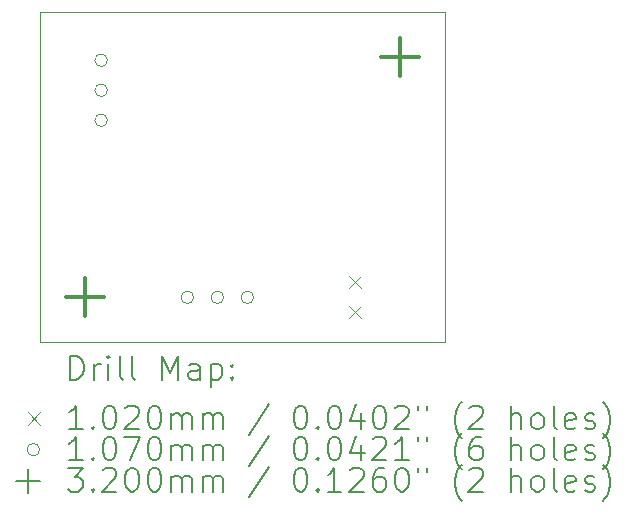
<source format=gbr>
%TF.GenerationSoftware,KiCad,Pcbnew,(6.0.8)*%
%TF.CreationDate,2023-06-05T07:52:35+02:00*%
%TF.ProjectId,SCS_dongle,5343535f-646f-46e6-976c-652e6b696361,rev?*%
%TF.SameCoordinates,Original*%
%TF.FileFunction,Drillmap*%
%TF.FilePolarity,Positive*%
%FSLAX45Y45*%
G04 Gerber Fmt 4.5, Leading zero omitted, Abs format (unit mm)*
G04 Created by KiCad (PCBNEW (6.0.8)) date 2023-06-05 07:52:35*
%MOMM*%
%LPD*%
G01*
G04 APERTURE LIST*
%ADD10C,0.100000*%
%ADD11C,0.200000*%
%ADD12C,0.102000*%
%ADD13C,0.107000*%
%ADD14C,0.320000*%
G04 APERTURE END LIST*
D10*
X14224000Y-7112000D02*
X17653000Y-7112000D01*
X17653000Y-7112000D02*
X17653000Y-9906000D01*
X17653000Y-9906000D02*
X14224000Y-9906000D01*
X14224000Y-9906000D02*
X14224000Y-7112000D01*
D11*
D12*
X16840000Y-9347000D02*
X16942000Y-9449000D01*
X16942000Y-9347000D02*
X16840000Y-9449000D01*
X16840000Y-9601000D02*
X16942000Y-9703000D01*
X16942000Y-9601000D02*
X16840000Y-9703000D01*
D13*
X14793000Y-7517500D02*
G75*
G03*
X14793000Y-7517500I-53500J0D01*
G01*
X14793000Y-7771500D02*
G75*
G03*
X14793000Y-7771500I-53500J0D01*
G01*
X14793000Y-8025500D02*
G75*
G03*
X14793000Y-8025500I-53500J0D01*
G01*
X15523000Y-9525000D02*
G75*
G03*
X15523000Y-9525000I-53500J0D01*
G01*
X15777000Y-9525000D02*
G75*
G03*
X15777000Y-9525000I-53500J0D01*
G01*
X16031000Y-9525000D02*
G75*
G03*
X16031000Y-9525000I-53500J0D01*
G01*
D14*
X14605000Y-9365000D02*
X14605000Y-9685000D01*
X14445000Y-9525000D02*
X14765000Y-9525000D01*
X17272000Y-7333000D02*
X17272000Y-7653000D01*
X17112000Y-7493000D02*
X17432000Y-7493000D01*
D11*
X14476619Y-10221476D02*
X14476619Y-10021476D01*
X14524238Y-10021476D01*
X14552809Y-10031000D01*
X14571857Y-10050048D01*
X14581381Y-10069095D01*
X14590905Y-10107190D01*
X14590905Y-10135762D01*
X14581381Y-10173857D01*
X14571857Y-10192905D01*
X14552809Y-10211952D01*
X14524238Y-10221476D01*
X14476619Y-10221476D01*
X14676619Y-10221476D02*
X14676619Y-10088143D01*
X14676619Y-10126238D02*
X14686143Y-10107190D01*
X14695667Y-10097667D01*
X14714714Y-10088143D01*
X14733762Y-10088143D01*
X14800428Y-10221476D02*
X14800428Y-10088143D01*
X14800428Y-10021476D02*
X14790905Y-10031000D01*
X14800428Y-10040524D01*
X14809952Y-10031000D01*
X14800428Y-10021476D01*
X14800428Y-10040524D01*
X14924238Y-10221476D02*
X14905190Y-10211952D01*
X14895667Y-10192905D01*
X14895667Y-10021476D01*
X15029000Y-10221476D02*
X15009952Y-10211952D01*
X15000428Y-10192905D01*
X15000428Y-10021476D01*
X15257571Y-10221476D02*
X15257571Y-10021476D01*
X15324238Y-10164333D01*
X15390905Y-10021476D01*
X15390905Y-10221476D01*
X15571857Y-10221476D02*
X15571857Y-10116714D01*
X15562333Y-10097667D01*
X15543286Y-10088143D01*
X15505190Y-10088143D01*
X15486143Y-10097667D01*
X15571857Y-10211952D02*
X15552809Y-10221476D01*
X15505190Y-10221476D01*
X15486143Y-10211952D01*
X15476619Y-10192905D01*
X15476619Y-10173857D01*
X15486143Y-10154810D01*
X15505190Y-10145286D01*
X15552809Y-10145286D01*
X15571857Y-10135762D01*
X15667095Y-10088143D02*
X15667095Y-10288143D01*
X15667095Y-10097667D02*
X15686143Y-10088143D01*
X15724238Y-10088143D01*
X15743286Y-10097667D01*
X15752809Y-10107190D01*
X15762333Y-10126238D01*
X15762333Y-10183381D01*
X15752809Y-10202429D01*
X15743286Y-10211952D01*
X15724238Y-10221476D01*
X15686143Y-10221476D01*
X15667095Y-10211952D01*
X15848048Y-10202429D02*
X15857571Y-10211952D01*
X15848048Y-10221476D01*
X15838524Y-10211952D01*
X15848048Y-10202429D01*
X15848048Y-10221476D01*
X15848048Y-10097667D02*
X15857571Y-10107190D01*
X15848048Y-10116714D01*
X15838524Y-10107190D01*
X15848048Y-10097667D01*
X15848048Y-10116714D01*
D12*
X14117000Y-10500000D02*
X14219000Y-10602000D01*
X14219000Y-10500000D02*
X14117000Y-10602000D01*
D11*
X14581381Y-10641476D02*
X14467095Y-10641476D01*
X14524238Y-10641476D02*
X14524238Y-10441476D01*
X14505190Y-10470048D01*
X14486143Y-10489095D01*
X14467095Y-10498619D01*
X14667095Y-10622429D02*
X14676619Y-10631952D01*
X14667095Y-10641476D01*
X14657571Y-10631952D01*
X14667095Y-10622429D01*
X14667095Y-10641476D01*
X14800428Y-10441476D02*
X14819476Y-10441476D01*
X14838524Y-10451000D01*
X14848048Y-10460524D01*
X14857571Y-10479571D01*
X14867095Y-10517667D01*
X14867095Y-10565286D01*
X14857571Y-10603381D01*
X14848048Y-10622429D01*
X14838524Y-10631952D01*
X14819476Y-10641476D01*
X14800428Y-10641476D01*
X14781381Y-10631952D01*
X14771857Y-10622429D01*
X14762333Y-10603381D01*
X14752809Y-10565286D01*
X14752809Y-10517667D01*
X14762333Y-10479571D01*
X14771857Y-10460524D01*
X14781381Y-10451000D01*
X14800428Y-10441476D01*
X14943286Y-10460524D02*
X14952809Y-10451000D01*
X14971857Y-10441476D01*
X15019476Y-10441476D01*
X15038524Y-10451000D01*
X15048048Y-10460524D01*
X15057571Y-10479571D01*
X15057571Y-10498619D01*
X15048048Y-10527190D01*
X14933762Y-10641476D01*
X15057571Y-10641476D01*
X15181381Y-10441476D02*
X15200428Y-10441476D01*
X15219476Y-10451000D01*
X15229000Y-10460524D01*
X15238524Y-10479571D01*
X15248048Y-10517667D01*
X15248048Y-10565286D01*
X15238524Y-10603381D01*
X15229000Y-10622429D01*
X15219476Y-10631952D01*
X15200428Y-10641476D01*
X15181381Y-10641476D01*
X15162333Y-10631952D01*
X15152809Y-10622429D01*
X15143286Y-10603381D01*
X15133762Y-10565286D01*
X15133762Y-10517667D01*
X15143286Y-10479571D01*
X15152809Y-10460524D01*
X15162333Y-10451000D01*
X15181381Y-10441476D01*
X15333762Y-10641476D02*
X15333762Y-10508143D01*
X15333762Y-10527190D02*
X15343286Y-10517667D01*
X15362333Y-10508143D01*
X15390905Y-10508143D01*
X15409952Y-10517667D01*
X15419476Y-10536714D01*
X15419476Y-10641476D01*
X15419476Y-10536714D02*
X15429000Y-10517667D01*
X15448048Y-10508143D01*
X15476619Y-10508143D01*
X15495667Y-10517667D01*
X15505190Y-10536714D01*
X15505190Y-10641476D01*
X15600428Y-10641476D02*
X15600428Y-10508143D01*
X15600428Y-10527190D02*
X15609952Y-10517667D01*
X15629000Y-10508143D01*
X15657571Y-10508143D01*
X15676619Y-10517667D01*
X15686143Y-10536714D01*
X15686143Y-10641476D01*
X15686143Y-10536714D02*
X15695667Y-10517667D01*
X15714714Y-10508143D01*
X15743286Y-10508143D01*
X15762333Y-10517667D01*
X15771857Y-10536714D01*
X15771857Y-10641476D01*
X16162333Y-10431952D02*
X15990905Y-10689095D01*
X16419476Y-10441476D02*
X16438524Y-10441476D01*
X16457571Y-10451000D01*
X16467095Y-10460524D01*
X16476619Y-10479571D01*
X16486143Y-10517667D01*
X16486143Y-10565286D01*
X16476619Y-10603381D01*
X16467095Y-10622429D01*
X16457571Y-10631952D01*
X16438524Y-10641476D01*
X16419476Y-10641476D01*
X16400428Y-10631952D01*
X16390905Y-10622429D01*
X16381381Y-10603381D01*
X16371857Y-10565286D01*
X16371857Y-10517667D01*
X16381381Y-10479571D01*
X16390905Y-10460524D01*
X16400428Y-10451000D01*
X16419476Y-10441476D01*
X16571857Y-10622429D02*
X16581381Y-10631952D01*
X16571857Y-10641476D01*
X16562333Y-10631952D01*
X16571857Y-10622429D01*
X16571857Y-10641476D01*
X16705190Y-10441476D02*
X16724238Y-10441476D01*
X16743286Y-10451000D01*
X16752809Y-10460524D01*
X16762333Y-10479571D01*
X16771857Y-10517667D01*
X16771857Y-10565286D01*
X16762333Y-10603381D01*
X16752809Y-10622429D01*
X16743286Y-10631952D01*
X16724238Y-10641476D01*
X16705190Y-10641476D01*
X16686143Y-10631952D01*
X16676619Y-10622429D01*
X16667095Y-10603381D01*
X16657571Y-10565286D01*
X16657571Y-10517667D01*
X16667095Y-10479571D01*
X16676619Y-10460524D01*
X16686143Y-10451000D01*
X16705190Y-10441476D01*
X16943286Y-10508143D02*
X16943286Y-10641476D01*
X16895667Y-10431952D02*
X16848048Y-10574810D01*
X16971857Y-10574810D01*
X17086143Y-10441476D02*
X17105190Y-10441476D01*
X17124238Y-10451000D01*
X17133762Y-10460524D01*
X17143286Y-10479571D01*
X17152810Y-10517667D01*
X17152810Y-10565286D01*
X17143286Y-10603381D01*
X17133762Y-10622429D01*
X17124238Y-10631952D01*
X17105190Y-10641476D01*
X17086143Y-10641476D01*
X17067095Y-10631952D01*
X17057571Y-10622429D01*
X17048048Y-10603381D01*
X17038524Y-10565286D01*
X17038524Y-10517667D01*
X17048048Y-10479571D01*
X17057571Y-10460524D01*
X17067095Y-10451000D01*
X17086143Y-10441476D01*
X17229000Y-10460524D02*
X17238524Y-10451000D01*
X17257571Y-10441476D01*
X17305190Y-10441476D01*
X17324238Y-10451000D01*
X17333762Y-10460524D01*
X17343286Y-10479571D01*
X17343286Y-10498619D01*
X17333762Y-10527190D01*
X17219476Y-10641476D01*
X17343286Y-10641476D01*
X17419476Y-10441476D02*
X17419476Y-10479571D01*
X17495667Y-10441476D02*
X17495667Y-10479571D01*
X17790905Y-10717667D02*
X17781381Y-10708143D01*
X17762333Y-10679571D01*
X17752810Y-10660524D01*
X17743286Y-10631952D01*
X17733762Y-10584333D01*
X17733762Y-10546238D01*
X17743286Y-10498619D01*
X17752810Y-10470048D01*
X17762333Y-10451000D01*
X17781381Y-10422429D01*
X17790905Y-10412905D01*
X17857571Y-10460524D02*
X17867095Y-10451000D01*
X17886143Y-10441476D01*
X17933762Y-10441476D01*
X17952810Y-10451000D01*
X17962333Y-10460524D01*
X17971857Y-10479571D01*
X17971857Y-10498619D01*
X17962333Y-10527190D01*
X17848048Y-10641476D01*
X17971857Y-10641476D01*
X18209952Y-10641476D02*
X18209952Y-10441476D01*
X18295667Y-10641476D02*
X18295667Y-10536714D01*
X18286143Y-10517667D01*
X18267095Y-10508143D01*
X18238524Y-10508143D01*
X18219476Y-10517667D01*
X18209952Y-10527190D01*
X18419476Y-10641476D02*
X18400429Y-10631952D01*
X18390905Y-10622429D01*
X18381381Y-10603381D01*
X18381381Y-10546238D01*
X18390905Y-10527190D01*
X18400429Y-10517667D01*
X18419476Y-10508143D01*
X18448048Y-10508143D01*
X18467095Y-10517667D01*
X18476619Y-10527190D01*
X18486143Y-10546238D01*
X18486143Y-10603381D01*
X18476619Y-10622429D01*
X18467095Y-10631952D01*
X18448048Y-10641476D01*
X18419476Y-10641476D01*
X18600429Y-10641476D02*
X18581381Y-10631952D01*
X18571857Y-10612905D01*
X18571857Y-10441476D01*
X18752810Y-10631952D02*
X18733762Y-10641476D01*
X18695667Y-10641476D01*
X18676619Y-10631952D01*
X18667095Y-10612905D01*
X18667095Y-10536714D01*
X18676619Y-10517667D01*
X18695667Y-10508143D01*
X18733762Y-10508143D01*
X18752810Y-10517667D01*
X18762333Y-10536714D01*
X18762333Y-10555762D01*
X18667095Y-10574810D01*
X18838524Y-10631952D02*
X18857571Y-10641476D01*
X18895667Y-10641476D01*
X18914714Y-10631952D01*
X18924238Y-10612905D01*
X18924238Y-10603381D01*
X18914714Y-10584333D01*
X18895667Y-10574810D01*
X18867095Y-10574810D01*
X18848048Y-10565286D01*
X18838524Y-10546238D01*
X18838524Y-10536714D01*
X18848048Y-10517667D01*
X18867095Y-10508143D01*
X18895667Y-10508143D01*
X18914714Y-10517667D01*
X18990905Y-10717667D02*
X19000429Y-10708143D01*
X19019476Y-10679571D01*
X19029000Y-10660524D01*
X19038524Y-10631952D01*
X19048048Y-10584333D01*
X19048048Y-10546238D01*
X19038524Y-10498619D01*
X19029000Y-10470048D01*
X19019476Y-10451000D01*
X19000429Y-10422429D01*
X18990905Y-10412905D01*
D13*
X14219000Y-10815000D02*
G75*
G03*
X14219000Y-10815000I-53500J0D01*
G01*
D11*
X14581381Y-10905476D02*
X14467095Y-10905476D01*
X14524238Y-10905476D02*
X14524238Y-10705476D01*
X14505190Y-10734048D01*
X14486143Y-10753095D01*
X14467095Y-10762619D01*
X14667095Y-10886429D02*
X14676619Y-10895952D01*
X14667095Y-10905476D01*
X14657571Y-10895952D01*
X14667095Y-10886429D01*
X14667095Y-10905476D01*
X14800428Y-10705476D02*
X14819476Y-10705476D01*
X14838524Y-10715000D01*
X14848048Y-10724524D01*
X14857571Y-10743571D01*
X14867095Y-10781667D01*
X14867095Y-10829286D01*
X14857571Y-10867381D01*
X14848048Y-10886429D01*
X14838524Y-10895952D01*
X14819476Y-10905476D01*
X14800428Y-10905476D01*
X14781381Y-10895952D01*
X14771857Y-10886429D01*
X14762333Y-10867381D01*
X14752809Y-10829286D01*
X14752809Y-10781667D01*
X14762333Y-10743571D01*
X14771857Y-10724524D01*
X14781381Y-10715000D01*
X14800428Y-10705476D01*
X14933762Y-10705476D02*
X15067095Y-10705476D01*
X14981381Y-10905476D01*
X15181381Y-10705476D02*
X15200428Y-10705476D01*
X15219476Y-10715000D01*
X15229000Y-10724524D01*
X15238524Y-10743571D01*
X15248048Y-10781667D01*
X15248048Y-10829286D01*
X15238524Y-10867381D01*
X15229000Y-10886429D01*
X15219476Y-10895952D01*
X15200428Y-10905476D01*
X15181381Y-10905476D01*
X15162333Y-10895952D01*
X15152809Y-10886429D01*
X15143286Y-10867381D01*
X15133762Y-10829286D01*
X15133762Y-10781667D01*
X15143286Y-10743571D01*
X15152809Y-10724524D01*
X15162333Y-10715000D01*
X15181381Y-10705476D01*
X15333762Y-10905476D02*
X15333762Y-10772143D01*
X15333762Y-10791190D02*
X15343286Y-10781667D01*
X15362333Y-10772143D01*
X15390905Y-10772143D01*
X15409952Y-10781667D01*
X15419476Y-10800714D01*
X15419476Y-10905476D01*
X15419476Y-10800714D02*
X15429000Y-10781667D01*
X15448048Y-10772143D01*
X15476619Y-10772143D01*
X15495667Y-10781667D01*
X15505190Y-10800714D01*
X15505190Y-10905476D01*
X15600428Y-10905476D02*
X15600428Y-10772143D01*
X15600428Y-10791190D02*
X15609952Y-10781667D01*
X15629000Y-10772143D01*
X15657571Y-10772143D01*
X15676619Y-10781667D01*
X15686143Y-10800714D01*
X15686143Y-10905476D01*
X15686143Y-10800714D02*
X15695667Y-10781667D01*
X15714714Y-10772143D01*
X15743286Y-10772143D01*
X15762333Y-10781667D01*
X15771857Y-10800714D01*
X15771857Y-10905476D01*
X16162333Y-10695952D02*
X15990905Y-10953095D01*
X16419476Y-10705476D02*
X16438524Y-10705476D01*
X16457571Y-10715000D01*
X16467095Y-10724524D01*
X16476619Y-10743571D01*
X16486143Y-10781667D01*
X16486143Y-10829286D01*
X16476619Y-10867381D01*
X16467095Y-10886429D01*
X16457571Y-10895952D01*
X16438524Y-10905476D01*
X16419476Y-10905476D01*
X16400428Y-10895952D01*
X16390905Y-10886429D01*
X16381381Y-10867381D01*
X16371857Y-10829286D01*
X16371857Y-10781667D01*
X16381381Y-10743571D01*
X16390905Y-10724524D01*
X16400428Y-10715000D01*
X16419476Y-10705476D01*
X16571857Y-10886429D02*
X16581381Y-10895952D01*
X16571857Y-10905476D01*
X16562333Y-10895952D01*
X16571857Y-10886429D01*
X16571857Y-10905476D01*
X16705190Y-10705476D02*
X16724238Y-10705476D01*
X16743286Y-10715000D01*
X16752809Y-10724524D01*
X16762333Y-10743571D01*
X16771857Y-10781667D01*
X16771857Y-10829286D01*
X16762333Y-10867381D01*
X16752809Y-10886429D01*
X16743286Y-10895952D01*
X16724238Y-10905476D01*
X16705190Y-10905476D01*
X16686143Y-10895952D01*
X16676619Y-10886429D01*
X16667095Y-10867381D01*
X16657571Y-10829286D01*
X16657571Y-10781667D01*
X16667095Y-10743571D01*
X16676619Y-10724524D01*
X16686143Y-10715000D01*
X16705190Y-10705476D01*
X16943286Y-10772143D02*
X16943286Y-10905476D01*
X16895667Y-10695952D02*
X16848048Y-10838810D01*
X16971857Y-10838810D01*
X17038524Y-10724524D02*
X17048048Y-10715000D01*
X17067095Y-10705476D01*
X17114714Y-10705476D01*
X17133762Y-10715000D01*
X17143286Y-10724524D01*
X17152810Y-10743571D01*
X17152810Y-10762619D01*
X17143286Y-10791190D01*
X17029000Y-10905476D01*
X17152810Y-10905476D01*
X17343286Y-10905476D02*
X17229000Y-10905476D01*
X17286143Y-10905476D02*
X17286143Y-10705476D01*
X17267095Y-10734048D01*
X17248048Y-10753095D01*
X17229000Y-10762619D01*
X17419476Y-10705476D02*
X17419476Y-10743571D01*
X17495667Y-10705476D02*
X17495667Y-10743571D01*
X17790905Y-10981667D02*
X17781381Y-10972143D01*
X17762333Y-10943571D01*
X17752810Y-10924524D01*
X17743286Y-10895952D01*
X17733762Y-10848333D01*
X17733762Y-10810238D01*
X17743286Y-10762619D01*
X17752810Y-10734048D01*
X17762333Y-10715000D01*
X17781381Y-10686429D01*
X17790905Y-10676905D01*
X17952810Y-10705476D02*
X17914714Y-10705476D01*
X17895667Y-10715000D01*
X17886143Y-10724524D01*
X17867095Y-10753095D01*
X17857571Y-10791190D01*
X17857571Y-10867381D01*
X17867095Y-10886429D01*
X17876619Y-10895952D01*
X17895667Y-10905476D01*
X17933762Y-10905476D01*
X17952810Y-10895952D01*
X17962333Y-10886429D01*
X17971857Y-10867381D01*
X17971857Y-10819762D01*
X17962333Y-10800714D01*
X17952810Y-10791190D01*
X17933762Y-10781667D01*
X17895667Y-10781667D01*
X17876619Y-10791190D01*
X17867095Y-10800714D01*
X17857571Y-10819762D01*
X18209952Y-10905476D02*
X18209952Y-10705476D01*
X18295667Y-10905476D02*
X18295667Y-10800714D01*
X18286143Y-10781667D01*
X18267095Y-10772143D01*
X18238524Y-10772143D01*
X18219476Y-10781667D01*
X18209952Y-10791190D01*
X18419476Y-10905476D02*
X18400429Y-10895952D01*
X18390905Y-10886429D01*
X18381381Y-10867381D01*
X18381381Y-10810238D01*
X18390905Y-10791190D01*
X18400429Y-10781667D01*
X18419476Y-10772143D01*
X18448048Y-10772143D01*
X18467095Y-10781667D01*
X18476619Y-10791190D01*
X18486143Y-10810238D01*
X18486143Y-10867381D01*
X18476619Y-10886429D01*
X18467095Y-10895952D01*
X18448048Y-10905476D01*
X18419476Y-10905476D01*
X18600429Y-10905476D02*
X18581381Y-10895952D01*
X18571857Y-10876905D01*
X18571857Y-10705476D01*
X18752810Y-10895952D02*
X18733762Y-10905476D01*
X18695667Y-10905476D01*
X18676619Y-10895952D01*
X18667095Y-10876905D01*
X18667095Y-10800714D01*
X18676619Y-10781667D01*
X18695667Y-10772143D01*
X18733762Y-10772143D01*
X18752810Y-10781667D01*
X18762333Y-10800714D01*
X18762333Y-10819762D01*
X18667095Y-10838810D01*
X18838524Y-10895952D02*
X18857571Y-10905476D01*
X18895667Y-10905476D01*
X18914714Y-10895952D01*
X18924238Y-10876905D01*
X18924238Y-10867381D01*
X18914714Y-10848333D01*
X18895667Y-10838810D01*
X18867095Y-10838810D01*
X18848048Y-10829286D01*
X18838524Y-10810238D01*
X18838524Y-10800714D01*
X18848048Y-10781667D01*
X18867095Y-10772143D01*
X18895667Y-10772143D01*
X18914714Y-10781667D01*
X18990905Y-10981667D02*
X19000429Y-10972143D01*
X19019476Y-10943571D01*
X19029000Y-10924524D01*
X19038524Y-10895952D01*
X19048048Y-10848333D01*
X19048048Y-10810238D01*
X19038524Y-10762619D01*
X19029000Y-10734048D01*
X19019476Y-10715000D01*
X19000429Y-10686429D01*
X18990905Y-10676905D01*
X14119000Y-10979000D02*
X14119000Y-11179000D01*
X14019000Y-11079000D02*
X14219000Y-11079000D01*
X14457571Y-10969476D02*
X14581381Y-10969476D01*
X14514714Y-11045667D01*
X14543286Y-11045667D01*
X14562333Y-11055190D01*
X14571857Y-11064714D01*
X14581381Y-11083762D01*
X14581381Y-11131381D01*
X14571857Y-11150429D01*
X14562333Y-11159952D01*
X14543286Y-11169476D01*
X14486143Y-11169476D01*
X14467095Y-11159952D01*
X14457571Y-11150429D01*
X14667095Y-11150429D02*
X14676619Y-11159952D01*
X14667095Y-11169476D01*
X14657571Y-11159952D01*
X14667095Y-11150429D01*
X14667095Y-11169476D01*
X14752809Y-10988524D02*
X14762333Y-10979000D01*
X14781381Y-10969476D01*
X14829000Y-10969476D01*
X14848048Y-10979000D01*
X14857571Y-10988524D01*
X14867095Y-11007571D01*
X14867095Y-11026619D01*
X14857571Y-11055190D01*
X14743286Y-11169476D01*
X14867095Y-11169476D01*
X14990905Y-10969476D02*
X15009952Y-10969476D01*
X15029000Y-10979000D01*
X15038524Y-10988524D01*
X15048048Y-11007571D01*
X15057571Y-11045667D01*
X15057571Y-11093286D01*
X15048048Y-11131381D01*
X15038524Y-11150429D01*
X15029000Y-11159952D01*
X15009952Y-11169476D01*
X14990905Y-11169476D01*
X14971857Y-11159952D01*
X14962333Y-11150429D01*
X14952809Y-11131381D01*
X14943286Y-11093286D01*
X14943286Y-11045667D01*
X14952809Y-11007571D01*
X14962333Y-10988524D01*
X14971857Y-10979000D01*
X14990905Y-10969476D01*
X15181381Y-10969476D02*
X15200428Y-10969476D01*
X15219476Y-10979000D01*
X15229000Y-10988524D01*
X15238524Y-11007571D01*
X15248048Y-11045667D01*
X15248048Y-11093286D01*
X15238524Y-11131381D01*
X15229000Y-11150429D01*
X15219476Y-11159952D01*
X15200428Y-11169476D01*
X15181381Y-11169476D01*
X15162333Y-11159952D01*
X15152809Y-11150429D01*
X15143286Y-11131381D01*
X15133762Y-11093286D01*
X15133762Y-11045667D01*
X15143286Y-11007571D01*
X15152809Y-10988524D01*
X15162333Y-10979000D01*
X15181381Y-10969476D01*
X15333762Y-11169476D02*
X15333762Y-11036143D01*
X15333762Y-11055190D02*
X15343286Y-11045667D01*
X15362333Y-11036143D01*
X15390905Y-11036143D01*
X15409952Y-11045667D01*
X15419476Y-11064714D01*
X15419476Y-11169476D01*
X15419476Y-11064714D02*
X15429000Y-11045667D01*
X15448048Y-11036143D01*
X15476619Y-11036143D01*
X15495667Y-11045667D01*
X15505190Y-11064714D01*
X15505190Y-11169476D01*
X15600428Y-11169476D02*
X15600428Y-11036143D01*
X15600428Y-11055190D02*
X15609952Y-11045667D01*
X15629000Y-11036143D01*
X15657571Y-11036143D01*
X15676619Y-11045667D01*
X15686143Y-11064714D01*
X15686143Y-11169476D01*
X15686143Y-11064714D02*
X15695667Y-11045667D01*
X15714714Y-11036143D01*
X15743286Y-11036143D01*
X15762333Y-11045667D01*
X15771857Y-11064714D01*
X15771857Y-11169476D01*
X16162333Y-10959952D02*
X15990905Y-11217095D01*
X16419476Y-10969476D02*
X16438524Y-10969476D01*
X16457571Y-10979000D01*
X16467095Y-10988524D01*
X16476619Y-11007571D01*
X16486143Y-11045667D01*
X16486143Y-11093286D01*
X16476619Y-11131381D01*
X16467095Y-11150429D01*
X16457571Y-11159952D01*
X16438524Y-11169476D01*
X16419476Y-11169476D01*
X16400428Y-11159952D01*
X16390905Y-11150429D01*
X16381381Y-11131381D01*
X16371857Y-11093286D01*
X16371857Y-11045667D01*
X16381381Y-11007571D01*
X16390905Y-10988524D01*
X16400428Y-10979000D01*
X16419476Y-10969476D01*
X16571857Y-11150429D02*
X16581381Y-11159952D01*
X16571857Y-11169476D01*
X16562333Y-11159952D01*
X16571857Y-11150429D01*
X16571857Y-11169476D01*
X16771857Y-11169476D02*
X16657571Y-11169476D01*
X16714714Y-11169476D02*
X16714714Y-10969476D01*
X16695667Y-10998048D01*
X16676619Y-11017095D01*
X16657571Y-11026619D01*
X16848048Y-10988524D02*
X16857571Y-10979000D01*
X16876619Y-10969476D01*
X16924238Y-10969476D01*
X16943286Y-10979000D01*
X16952810Y-10988524D01*
X16962333Y-11007571D01*
X16962333Y-11026619D01*
X16952810Y-11055190D01*
X16838524Y-11169476D01*
X16962333Y-11169476D01*
X17133762Y-10969476D02*
X17095667Y-10969476D01*
X17076619Y-10979000D01*
X17067095Y-10988524D01*
X17048048Y-11017095D01*
X17038524Y-11055190D01*
X17038524Y-11131381D01*
X17048048Y-11150429D01*
X17057571Y-11159952D01*
X17076619Y-11169476D01*
X17114714Y-11169476D01*
X17133762Y-11159952D01*
X17143286Y-11150429D01*
X17152810Y-11131381D01*
X17152810Y-11083762D01*
X17143286Y-11064714D01*
X17133762Y-11055190D01*
X17114714Y-11045667D01*
X17076619Y-11045667D01*
X17057571Y-11055190D01*
X17048048Y-11064714D01*
X17038524Y-11083762D01*
X17276619Y-10969476D02*
X17295667Y-10969476D01*
X17314714Y-10979000D01*
X17324238Y-10988524D01*
X17333762Y-11007571D01*
X17343286Y-11045667D01*
X17343286Y-11093286D01*
X17333762Y-11131381D01*
X17324238Y-11150429D01*
X17314714Y-11159952D01*
X17295667Y-11169476D01*
X17276619Y-11169476D01*
X17257571Y-11159952D01*
X17248048Y-11150429D01*
X17238524Y-11131381D01*
X17229000Y-11093286D01*
X17229000Y-11045667D01*
X17238524Y-11007571D01*
X17248048Y-10988524D01*
X17257571Y-10979000D01*
X17276619Y-10969476D01*
X17419476Y-10969476D02*
X17419476Y-11007571D01*
X17495667Y-10969476D02*
X17495667Y-11007571D01*
X17790905Y-11245667D02*
X17781381Y-11236143D01*
X17762333Y-11207571D01*
X17752810Y-11188524D01*
X17743286Y-11159952D01*
X17733762Y-11112333D01*
X17733762Y-11074238D01*
X17743286Y-11026619D01*
X17752810Y-10998048D01*
X17762333Y-10979000D01*
X17781381Y-10950429D01*
X17790905Y-10940905D01*
X17857571Y-10988524D02*
X17867095Y-10979000D01*
X17886143Y-10969476D01*
X17933762Y-10969476D01*
X17952810Y-10979000D01*
X17962333Y-10988524D01*
X17971857Y-11007571D01*
X17971857Y-11026619D01*
X17962333Y-11055190D01*
X17848048Y-11169476D01*
X17971857Y-11169476D01*
X18209952Y-11169476D02*
X18209952Y-10969476D01*
X18295667Y-11169476D02*
X18295667Y-11064714D01*
X18286143Y-11045667D01*
X18267095Y-11036143D01*
X18238524Y-11036143D01*
X18219476Y-11045667D01*
X18209952Y-11055190D01*
X18419476Y-11169476D02*
X18400429Y-11159952D01*
X18390905Y-11150429D01*
X18381381Y-11131381D01*
X18381381Y-11074238D01*
X18390905Y-11055190D01*
X18400429Y-11045667D01*
X18419476Y-11036143D01*
X18448048Y-11036143D01*
X18467095Y-11045667D01*
X18476619Y-11055190D01*
X18486143Y-11074238D01*
X18486143Y-11131381D01*
X18476619Y-11150429D01*
X18467095Y-11159952D01*
X18448048Y-11169476D01*
X18419476Y-11169476D01*
X18600429Y-11169476D02*
X18581381Y-11159952D01*
X18571857Y-11140905D01*
X18571857Y-10969476D01*
X18752810Y-11159952D02*
X18733762Y-11169476D01*
X18695667Y-11169476D01*
X18676619Y-11159952D01*
X18667095Y-11140905D01*
X18667095Y-11064714D01*
X18676619Y-11045667D01*
X18695667Y-11036143D01*
X18733762Y-11036143D01*
X18752810Y-11045667D01*
X18762333Y-11064714D01*
X18762333Y-11083762D01*
X18667095Y-11102810D01*
X18838524Y-11159952D02*
X18857571Y-11169476D01*
X18895667Y-11169476D01*
X18914714Y-11159952D01*
X18924238Y-11140905D01*
X18924238Y-11131381D01*
X18914714Y-11112333D01*
X18895667Y-11102810D01*
X18867095Y-11102810D01*
X18848048Y-11093286D01*
X18838524Y-11074238D01*
X18838524Y-11064714D01*
X18848048Y-11045667D01*
X18867095Y-11036143D01*
X18895667Y-11036143D01*
X18914714Y-11045667D01*
X18990905Y-11245667D02*
X19000429Y-11236143D01*
X19019476Y-11207571D01*
X19029000Y-11188524D01*
X19038524Y-11159952D01*
X19048048Y-11112333D01*
X19048048Y-11074238D01*
X19038524Y-11026619D01*
X19029000Y-10998048D01*
X19019476Y-10979000D01*
X19000429Y-10950429D01*
X18990905Y-10940905D01*
M02*

</source>
